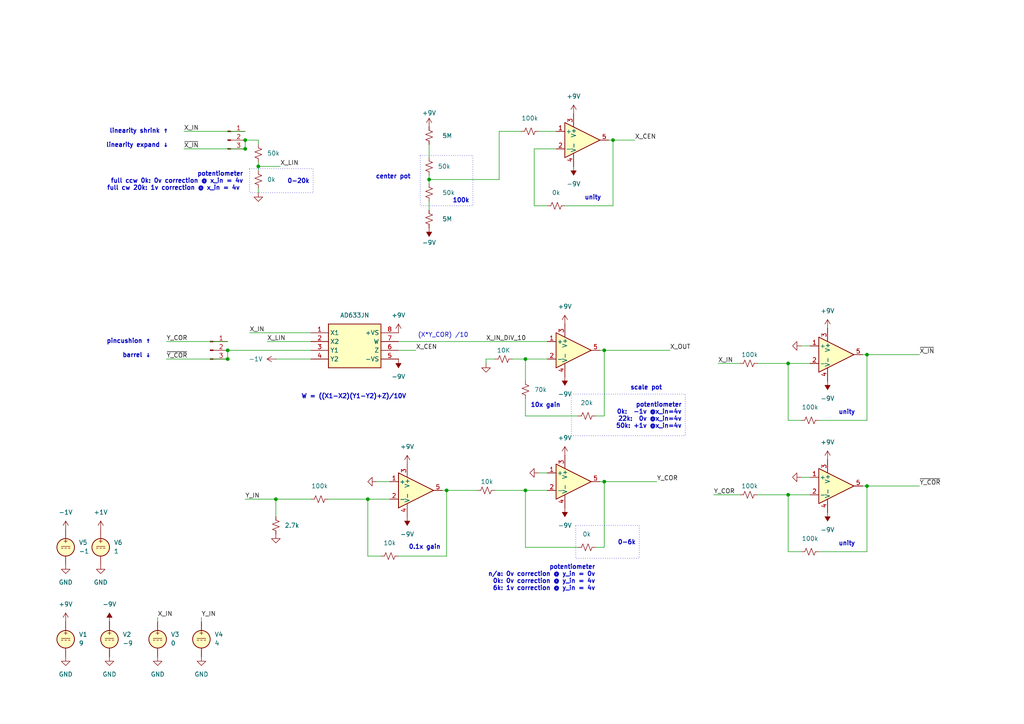
<source format=kicad_sch>
(kicad_sch (version 20231120) (generator "eeschema") (generator_version "8.0")
  (paper "A4")
  (lib_symbols
    (symbol "AD633JN:AD633JN"
      (property "Reference" "IC" (at 21.59 7.62 0))
      (property "Value" "AD633JN" (at 21.59 5.08 0))
      (symbol "AD633JN_1_1"
        (rectangle (start 5.08 2.54) (end 20.32 -10.16) (stroke (width 0.254)) (fill (type background)))
        (pin passive line (at 0 0 0) (length 5.08) (name "X1") (number "1"))
        (pin passive line (at 0 -2.54 0) (length 5.08) (name "X2") (number "2"))
        (pin passive line (at 0 -5.08 0) (length 5.08) (name "Y1") (number "3"))
        (pin passive line (at 0 -7.62 0) (length 5.08) (name "Y2") (number "4"))
        (pin passive line (at 25.4 -7.62 180) (length 5.08) (name "-VS") (number "5"))
        (pin passive line (at 25.4 -5.08 180) (length 5.08) (name "Z") (number "6"))
        (pin passive line (at 25.4 -2.54 180) (length 5.08) (name "W") (number "7"))
        (pin passive line (at 25.4 0 180) (length 5.08) (name "+VS") (number "8"))
      )
    )
    (symbol "Connector:Conn_01x03_Male" (pin_names (offset 1.016) hide)
      (property "Reference" "J" (at 0 5.08 0))
      (property "Value" "Conn_01x03_Male" (at 0 -5.08 0))
      (symbol "Conn_01x03_Male_1_1"
        (polyline (pts (xy 1.27 -2.54) (xy 0.8636 -2.54)) (stroke (width 0.1524)))
        (polyline (pts (xy 1.27 0) (xy 0.8636 0)) (stroke (width 0.1524)))
        (polyline (pts (xy 1.27 2.54) (xy 0.8636 2.54)) (stroke (width 0.1524)))
        (rectangle (start 0.8636 -2.413) (end 0 -2.667) (stroke (width 0.1524)) (fill (type outline)))
        (rectangle (start 0.8636 0.127) (end 0 -0.127) (stroke (width 0.1524)) (fill (type outline)))
        (rectangle (start 0.8636 2.667) (end 0 2.413) (stroke (width 0.1524)) (fill (type outline)))
        (pin passive line (at 5.08 2.54 180) (length 3.81) (name "Pin_1") (number "1"))
        (pin passive line (at 5.08 0 180) (length 3.81) (name "Pin_2") (number "2"))
        (pin passive line (at 5.08 -2.54 180) (length 3.81) (name "Pin_3") (number "3"))
      )
    )
    (symbol "Device:R_Small_US" (pin_numbers hide) (pin_names (offset 0.254) hide)
      (property "Reference" "R" (at 0.762 0.508 0))
      (property "Value" "R_Small_US" (at 0.762 -1.016 0))
      (symbol "R_Small_US_1_1"
        (polyline (pts (xy 0 0) (xy 1.016 -0.381) (xy 0 -0.762) (xy -1.016 -1.143) (xy 0 -1.524)))
        (polyline (pts (xy 0 1.524) (xy 1.016 1.143) (xy 0 0.762) (xy -1.016 0.381) (xy 0 0)))
        (pin passive line (at 0 2.54 270) (length 1.016) (name "~") (number "1"))
        (pin passive line (at 0 -2.54 90) (length 1.016) (name "~") (number "2"))
      )
    )
    (symbol "Simulation_SPICE:OPAMP" (pin_names (offset 0.254))
      (property "Reference" "U" (at 3.81 3.175 0))
      (property "Value" "${SIM.PARAMS}" (at 3.81 -3.175 0))
      (symbol "OPAMP_0_1"
        (polyline (pts (xy 5.08 0) (xy -5.08 5.08) (xy -5.08 -5.08) (xy 5.08 0)) (stroke (width 0.254)) (fill (type background)))
      )
      (symbol "OPAMP_1_1"
        (pin input line (at -7.62 2.54 0) (length 2.54) (name "+") (number "1"))
        (pin input line (at -7.62 -2.54 0) (length 2.54) (name "-") (number "2"))
        (pin power_in line (at -2.54 7.62 270) (length 3.81) (name "V+") (number "3"))
        (pin power_in line (at -2.54 -7.62 90) (length 3.81) (name "V-") (number "4"))
        (pin output line (at 7.62 0 180) (length 2.54) (name "~") (number "5"))
      )
    )
    (symbol "Simulation_SPICE:VDC" (pin_numbers hide) (pin_names (offset 0.0254))
      (property "Reference" "V" (at 2.54 2.54 0))
      (property "Value" "1" (at 2.54 0 0))
      (symbol "VDC_0_0"
        (polyline (pts (xy -1.27 0.254) (xy 1.27 0.254)))
        (polyline (pts (xy -0.762 -0.254) (xy -1.27 -0.254)))
        (polyline (pts (xy 0.254 -0.254) (xy -0.254 -0.254)))
        (polyline (pts (xy 1.27 -0.254) (xy 0.762 -0.254)))
        (text "+" (at 0 1.905 0) (effects (font (size 1.27 1.27))))
      )
      (symbol "VDC_0_1"
        (circle (center 0 0) (radius 2.54) (stroke (width 0.254)) (fill (type background)))
      )
      (symbol "VDC_1_1"
        (pin passive line (at 0 5.08 270) (length 2.54) (name "~") (number "1"))
        (pin passive line (at 0 -5.08 90) (length 2.54) (name "~") (number "2"))
      )
    )
    (symbol "power:+1V0" (power) (pin_numbers hide) (pin_names (offset 0) hide)
      (property "Value" "+1V0" (at 0 3.556 0))
      (symbol "+1V0_0_1"
        (polyline (pts (xy -0.762 1.27) (xy 0 2.54)))
        (polyline (pts (xy 0 0) (xy 0 2.54)))
        (polyline (pts (xy 0 2.54) (xy 0.762 1.27)))
      )
      (symbol "+1V0_1_1"
        (pin power_in line (at 0 0 90) (length 0) (name "~") (number "1"))
      )
    )
    (symbol "power:+9V" (power) (pin_numbers hide) (pin_names (offset 0) hide)
      (property "Value" "+9V" (at 0 3.556 0))
      (symbol "+9V_0_1"
        (polyline (pts (xy -0.762 1.27) (xy 0 2.54)))
        (polyline (pts (xy 0 0) (xy 0 2.54)))
        (polyline (pts (xy 0 2.54) (xy 0.762 1.27)))
      )
      (symbol "+9V_1_1"
        (pin power_in line (at 0 0 90) (length 0) (name "~") (number "1"))
      )
    )
    (symbol "power:-9V" (power) (pin_numbers hide) (pin_names (offset 0) hide)
      (property "Value" "-9V" (at 0 3.556 0))
      (symbol "-9V_0_1"
        (polyline (pts (xy 0 0) (xy 0 2.54)))
        (polyline (pts (xy 0.762 1.27) (xy -0.762 1.27) (xy 0 2.54) (xy 0.762 1.27)) (fill (type outline)))
      )
      (symbol "-9V_1_1"
        (pin power_in line (at 0 0 90) (length 0) (name "~") (number "1"))
      )
    )
    (symbol "power:GND" (power) (pin_names (offset 0))
      (property "Value" "GND" (at 0 -3.81 0))
      (symbol "GND_0_1"
        (polyline (pts (xy 0 0) (xy 0 -1.27) (xy 1.27 -1.27) (xy 0 -2.54) (xy -1.27 -1.27) (xy 0 -1.27)))
      )
      (symbol "GND_1_1"
        (pin power_in line (at 0 0 270) (length 0) hide (name "GND") (number "1"))
      )
    )
  )
  (junction (at 152.4 142.24))
  (junction (at 177.8 40.64))
  (junction (at 129.54 142.24))
  (junction (at 251.46 102.87))
  (junction (at 71.12 43.18))
  (junction (at 80.01 144.78))
  (junction (at 157.48 -52.07))
  (junction (at 124.46 52.07))
  (junction (at 228.6 105.41))
  (junction (at 66.04 101.6))
  (junction (at 175.26 139.7))
  (junction (at 132.08 -57.15))
  (junction (at 74.93 48.26))
  (junction (at 175.26 101.6))
  (junction (at 71.12 40.64))
  (junction (at 83.82 -54.61))
  (junction (at 207.01 -54.61))
  (junction (at 228.6 143.51))
  (junction (at 229.87 -54.61))
  (junction (at 251.46 140.97))
  (junction (at 106.68 144.78))
  (junction (at 252.73 -57.15))
  (junction (at 34.29 -52.07))
  (junction (at 152.4 104.14))
  (junction (at 66.04 104.14))
  (junction (at 107.95 -54.61))
  (junction (at 60.96 -52.07))
  (junction (at 184.15 -52.07))
  (wire (pts (xy 34.29 -52.07) (xy 34.29 -48.26)))
  (wire (pts (xy 48.26 99.06) (xy 66.04 99.06)))
  (wire (pts (xy 156.21 137.16) (xy 158.75 137.16)))
  (wire (pts (xy 115.57 101.6) (xy 120.65 101.6)))
  (wire (pts (xy 167.64 158.75) (xy 152.4 158.75)))
  (wire (pts (xy 49.53 -52.07) (xy 60.96 -52.07)))
  (wire (pts (xy 175.26 139.7) (xy 173.99 139.7)))
  (wire (pts (xy 144.78 38.1) (xy 151.13 38.1)))
  (wire (pts (xy 140.97 104.14) (xy 143.51 104.14)))
  (wire (pts (xy 157.48 -52.07) (xy 167.64 -52.07)))
  (wire (pts (xy 156.21 38.1) (xy 161.29 38.1)))
  (wire (pts (xy 193.04 -35.56) (xy 207.01 -35.56)))
  (wire (pts (xy 74.93 55.88) (xy 74.93 54.61)))
  (wire (pts (xy 232.41 138.43) (xy 234.95 138.43)))
  (wire (pts (xy 186.69 -57.15) (xy 190.5 -57.15)))
  (wire (pts (xy 74.93 40.64) (xy 74.93 41.91)))
  (wire (pts (xy 229.87 -54.61) (xy 229.87 -38.1)))
  (wire (pts (xy 251.46 102.87) (xy 250.19 102.87)))
  (wire (pts (xy 207.01 -35.56) (xy 207.01 -54.61)))
  (wire (pts (xy 232.41 160.02) (xy 228.6 160.02)))
  (wire (pts (xy 228.6 105.41) (xy 228.6 121.92)))
  (wire (pts (xy 58.42 179.07) (xy 58.42 180.34)))
  (wire (pts (xy 163.83 59.69) (xy 177.8 59.69)))
  (wire (pts (xy 172.72 158.75) (xy 175.26 158.75)))
  (wire (pts (xy 132.08 -57.15) (xy 135.89 -57.15)))
  (wire (pts (xy 129.54 161.29) (xy 129.54 142.24)))
  (wire (pts (xy 152.4 142.24) (xy 152.4 158.75)))
  (wire (pts (xy 152.4 104.14) (xy 158.75 104.14)))
  (wire (pts (xy 71.12 40.64) (xy 71.12 43.18)))
  (wire (pts (xy 232.41 121.92) (xy 228.6 121.92)))
  (wire (pts (xy 110.49 161.29) (xy 106.68 161.29)))
  (wire (pts (xy 238.76 -38.1) (xy 252.73 -38.1)))
  (wire (pts (xy 251.46 121.92) (xy 251.46 102.87)))
  (wire (pts (xy 69.85 -35.56) (xy 83.82 -35.56)))
  (wire (pts (xy 111.76 -59.69) (xy 114.3 -59.69)))
  (wire (pts (xy 152.4 142.24) (xy 158.75 142.24)))
  (wire (pts (xy 95.25 144.78) (xy 106.68 144.78)))
  (wire (pts (xy 252.73 -38.1) (xy 252.73 -57.15)))
  (wire (pts (xy 184.15 -52.07) (xy 184.15 -35.56)))
  (wire (pts (xy 167.64 120.65) (xy 152.4 120.65)))
  (wire (pts (xy 124.46 52.07) (xy 144.78 52.07)))
  (wire (pts (xy 140.97 105.41) (xy 140.97 104.14)))
  (wire (pts (xy 251.46 160.02) (xy 251.46 140.97)))
  (wire (pts (xy 45.72 179.07) (xy 45.72 180.34)))
  (wire (pts (xy 34.29 -52.07) (xy 44.45 -52.07)))
  (wire (pts (xy 175.26 101.6) (xy 175.26 120.65)))
  (wire (pts (xy 237.49 160.02) (xy 251.46 160.02)))
  (wire (pts (xy 83.82 -35.56) (xy 83.82 -54.61)))
  (wire (pts (xy 80.01 144.78) (xy 80.01 149.86)))
  (wire (pts (xy 184.15 -52.07) (xy 190.5 -52.07)))
  (wire (pts (xy 107.95 -54.61) (xy 114.3 -54.61)))
  (wire (pts (xy 66.04 101.6) (xy 90.17 101.6)))
  (wire (pts (xy 72.39 96.52) (xy 90.17 96.52)))
  (wire (pts (xy 144.78 38.1) (xy 144.78 52.07)))
  (wire (pts (xy 64.77 -57.15) (xy 67.31 -57.15)))
  (wire (pts (xy 217.17 -54.61) (xy 229.87 -54.61)))
  (wire (pts (xy 74.93 48.26) (xy 74.93 46.99)))
  (wire (pts (xy 129.54 142.24) (xy 128.27 142.24)))
  (wire (pts (xy 251.46 102.87) (xy 266.7 102.87)))
  (wire (pts (xy 60.96 -52.07) (xy 60.96 -35.56)))
  (wire (pts (xy 77.47 99.06) (xy 90.17 99.06)))
  (wire (pts (xy 60.96 -52.07) (xy 67.31 -52.07)))
  (wire (pts (xy 64.77 -35.56) (xy 60.96 -35.56)))
  (wire (pts (xy 48.26 104.14) (xy 66.04 104.14)))
  (wire (pts (xy 115.57 99.06) (xy 158.75 99.06)))
  (wire (pts (xy 106.68 144.78) (xy 113.03 144.78)))
  (wire (pts (xy 229.87 -59.69) (xy 236.22 -59.69)))
  (wire (pts (xy 229.87 -54.61) (xy 236.22 -54.61)))
  (wire (pts (xy 71.12 40.64) (xy 74.93 40.64)))
  (wire (pts (xy 25.4 -52.07) (xy 34.29 -52.07)))
  (wire (pts (xy 252.73 -57.15) (xy 251.46 -57.15)))
  (wire (pts (xy 148.59 104.14) (xy 152.4 104.14)))
  (wire (pts (xy 208.28 105.41) (xy 214.63 105.41)))
  (wire (pts (xy 124.46 52.07) (xy 124.46 50.8)))
  (wire (pts (xy 158.75 59.69) (xy 154.94 59.69)))
  (wire (pts (xy 251.46 140.97) (xy 266.7 140.97)))
  (wire (pts (xy 74.93 48.26) (xy 81.28 48.26)))
  (wire (pts (xy 207.01 -54.61) (xy 212.09 -54.61)))
  (wire (pts (xy 154.94 43.18) (xy 154.94 59.69)))
  (wire (pts (xy 124.46 53.34) (xy 124.46 52.07)))
  (wire (pts (xy 175.26 139.7) (xy 190.5 139.7)))
  (wire (pts (xy 93.98 -54.61) (xy 107.95 -54.61)))
  (wire (pts (xy 177.8 59.69) (xy 177.8 40.64)))
  (wire (pts (xy 115.57 161.29) (xy 129.54 161.29)))
  (wire (pts (xy 228.6 143.51) (xy 234.95 143.51)))
  (wire (pts (xy 118.11 -34.29) (xy 132.08 -34.29)))
  (wire (pts (xy 172.72 -52.07) (xy 184.15 -52.07)))
  (wire (pts (xy 175.26 158.75) (xy 175.26 139.7)))
  (wire (pts (xy 228.6 105.41) (xy 234.95 105.41)))
  (wire (pts (xy 124.46 58.42) (xy 124.46 60.96)))
  (wire (pts (xy 252.73 -57.15) (xy 267.97 -57.15)))
  (wire (pts (xy 152.4 104.14) (xy 152.4 110.49)))
  (wire (pts (xy 106.68 144.78) (xy 106.68 161.29)))
  (wire (pts (xy 74.93 49.53) (xy 74.93 48.26)))
  (wire (pts (xy 232.41 100.33) (xy 234.95 100.33)))
  (wire (pts (xy 207.01 -54.61) (xy 205.74 -54.61)))
  (wire (pts (xy 154.94 43.18) (xy 161.29 43.18)))
  (wire (pts (xy 83.82 -54.61) (xy 82.55 -54.61)))
  (wire (pts (xy 207.01 143.51) (xy 214.63 143.51)))
  (wire (pts (xy 172.72 120.65) (xy 175.26 120.65)))
  (wire (pts (xy 124.46 41.91) (xy 124.46 45.72)))
  (wire (pts (xy 80.01 144.78) (xy 90.17 144.78)))
  (wire (pts (xy 175.26 101.6) (xy 194.31 101.6)))
  (wire (pts (xy 219.71 105.41) (xy 228.6 105.41)))
  (wire (pts (xy 107.95 -54.61) (xy 107.95 -34.29)))
  (wire (pts (xy 132.08 -34.29) (xy 132.08 -57.15)))
  (wire (pts (xy 237.49 121.92) (xy 251.46 121.92)))
  (wire (pts (xy 109.22 139.7) (xy 113.03 139.7)))
  (wire (pts (xy 53.34 43.18) (xy 71.12 43.18)))
  (wire (pts (xy 83.82 -54.61) (xy 88.9 -54.61)))
  (wire (pts (xy 90.17 104.14) (xy 80.01 104.14)))
  (wire (pts (xy 143.51 142.24) (xy 152.4 142.24)))
  (wire (pts (xy 71.12 144.78) (xy 80.01 144.78)))
  (wire (pts (xy 175.26 101.6) (xy 173.99 101.6)))
  (wire (pts (xy 113.03 -34.29) (xy 107.95 -34.29)))
  (wire (pts (xy 129.54 -57.15) (xy 132.08 -57.15)))
  (wire (pts (xy 177.8 40.64) (xy 176.53 40.64)))
  (wire (pts (xy 152.4 115.57) (xy 152.4 120.65)))
  (wire (pts (xy 66.04 101.6) (xy 66.04 104.14)))
  (wire (pts (xy 233.68 -38.1) (xy 229.87 -38.1)))
  (wire (pts (xy 177.8 40.64) (xy 184.15 40.64)))
  (wire (pts (xy 129.54 142.24) (xy 138.43 142.24)))
  (wire (pts (xy 157.48 -52.07) (xy 157.48 -46.99)))
  (wire (pts (xy 251.46 140.97) (xy 250.19 140.97)))
  (wire (pts (xy 219.71 143.51) (xy 228.6 143.51)))
  (wire (pts (xy 53.34 38.1) (xy 71.12 38.1)))
  (wire (pts (xy 148.59 -52.07) (xy 157.48 -52.07)))
  (wire (pts (xy 187.96 -35.56) (xy 184.15 -35.56)))
  (wire (pts (xy 228.6 143.51) (xy 228.6 160.02)))
  (text_box "0-6k" (at 167.005 152.4 0) (size 18.415 9.525) (stroke (width 0) (type dot)) (effects (font (size 1.27 1.27) (thickness 0.254) (bold yes)) (justify right)))
  (text_box "\n100k\n" (at 121.92 45.085 0) (size 15.24 14.605) (stroke (width 0) (type dot)) (effects (font (size 1.27 1.27) (thickness 0.254) (bold yes)) (justify right bottom)))
  (text_box "potentiometer\n0k:  -1v @x_in=4v\n22k:  0v @x_in=4v\n50k: +1v @x_in=4v\n" (at 165.735 114.3 0) (size 33.02 12.065) (stroke (width 0) (type dot)) (effects (font (size 1.27 1.27) (thickness 0.254) (bold yes)) (justify right)))
  (text_box "0-20k" (at 72.39 48.895 0) (size 18.415 6.985) (stroke (width 0) (type dot)) (effects (font (size 1.27 1.27) (thickness 0.254) (bold yes)) (justify right)))
  (text "linearity shrink ↑\n\nlinearity expand ↓" (at 49.022 40.132 0) (effects (font (size 1.27 1.27) (thickness 0.254) (bold yes)) (justify right)))
  (text "W = ((X1−X2)(Y1−Y2)+Z)/10V" (at 102.616 115.062 0) (effects (font (size 1.27 1.27) (thickness 0.254) (bold yes))))
  (text "unity\n" (at 245.618 157.734 0) (effects (font (size 1.27 1.27) (thickness 0.254) (bold yes))))
  (text "pincushion ↑\n\nbarrel ↓" (at 43.942 101.092 0) (effects (font (size 1.27 1.27) (thickness 0.254) (bold yes)) (justify right)))
  (text "(X*Y_COR) /10" (at 128.524 97.282 0) (effects (font (size 1.27 1.27))))
  (text "unity\n" (at 245.618 119.634 0) (effects (font (size 1.27 1.27) (thickness 0.254) (bold yes))))
  (text "10x gain" (at 158.242 117.602 0) (effects (font (size 1.27 1.27) (thickness 0.254) (bold yes))))
  (text "center pot\n" (at 114.046 51.308 0) (effects (font (size 1.27 1.27) (thickness 0.254) (bold yes))))
  (text "unity\n" (at 171.958 57.404 0) (effects (font (size 1.27 1.27) (thickness 0.254) (bold yes))))
  (text "potentiometer\nfull ccw 0k: 0v correction @ x_in = 4v\nfull cw 20k: 1v correction @ x_in = 4v \n" (at 70.612 52.578 0) (effects (font (size 1.27 1.27) (thickness 0.254) (bold yes)) (justify right)))
  (text "potentiometer\nn/a: 0v correction @ y_in = 0v\n0k: 0v correction @ y_in = 4v\n6k: 1v correction @ y_in = 4v\n" (at 172.72 167.64 0) (effects (font (size 1.27 1.27) (thickness 0.254) (bold yes)) (justify right)))
  (text "0.1x gain" (at 123.19 158.75 0) (effects (font (size 1.27 1.27) (thickness 0.254) (bold yes))))
  (text "scale pot" (at 187.452 112.522 0) (effects (font (size 1.27 1.27) (thickness 0.254) (bold yes))))
  (text "0.63 gain" (at 200.66 -38.1 0) (effects (font (size 1.27 1.27))))
  (text "2x gain" (at 127 -37.846 0) (effects (font (size 1.27 1.27) (bold yes))))
  (label "Y_COR" (at 190.5 139.7 0))
  (label "X_CEN" (at 120.65 101.6 0))
  (label "X_IN" (at 72.39 96.52 0))
  (label "X_OUT" (at 135.89 -57.15 0))
  (label "X_IN" (at 53.34 38.1 0))
  (label "Y_IN" (at 71.12 144.78 0))
  (label "Y_IN" (at 58.42 179.07 0))
  (label "X_IN" (at 208.28 105.41 0))
  (label "X_IN" (at 45.72 179.07 0))
  (label "R_OUT" (at 267.97 -57.15 0))
  (label "~{Y_COR}" (at 266.7 140.97 0))
  (label "X_IN_DIV_10" (at 140.97 99.06 0))
  (label "X_LIN" (at 77.47 99.06 0))
  (label "X_LIN" (at 81.28 48.26 0))
  (label "X_IN" (at 25.4 -52.07 0))
  (label "Y_COR" (at 48.26 99.06 0))
  (label "R_IN" (at 148.59 -52.07 0))
  (label "~{X_IN}" (at 53.34 43.18 0))
  (label "X_OUT" (at 194.31 101.6 0))
  (label "~{X_IN}" (at 266.7 102.87 0))
  (label "Y_COR" (at 207.01 143.51 0))
  (label "X_CEN" (at 184.15 40.64 0))
  (label "~{Y_COR}" (at 48.26 104.14 0))
  (symbol (lib_id "power:-9V") (at 166.37 48.26 180) (unit 1) (in_bom no) (on_board no)
    (property "Reference" "#PWR0112" (effects (hide yes)))
    (property "Value" "-9V" (at 166.37 53.34 0))
    (property "Description" "Power symbol creates a global label with name \"-9V\"" (effects (hide yes)))
  )
  (symbol (lib_id "Simulation_SPICE:OPAMP") (at 74.93 -54.61 0) (unit 1) (exclude_from_sim yes) (in_bom no) (on_board no)
    (property "Reference" "U10" (effects (hide yes)))
    (property "Value" "${SIM.PARAMS}" (at 82.55 -57.7535 0))
    (property "Datasheet" "https://ngspice.sourceforge.io/docs/ngspice-html-manual/manual.xhtml#sec__SUBCKT_Subcircuits" (effects (hide yes)))
    (property "Description" "Operational amplifier, single, node sequence=1:+ 2:- 3:OUT 4:V+ 5:V-" (effects (hide yes)))
    (property "Sim.Pins" "1=in+ 2=in- 3=vcc 4=vee 5=out" (effects (hide yes)))
    (property "Sim.Device" "SUBCKT" (effects (hide yes)))
    (property "Sim.Library" "${KICAD7_SYMBOL_DIR}/Simulation_SPICE.sp" (effects (hide yes)))
    (property "Sim.Name" "kicad_builtin_opamp" (effects (hide yes)))
  )
  (symbol (lib_id "Connector:Conn_01x03_Male") (at 60.96 101.6 0) (unit 1) (exclude_from_sim yes) (on_board no)
    (property "Reference" "J5" (effects (hide yes)))
    (property "Value" "Conn_01x03_Male" (effects (hide yes)))
    (property "Footprint" "Connector_PinHeader_2.54mm:PinHeader_1x03_P2.54mm_Vertical" (effects (hide yes)))
  )
  (symbol (lib_id "power:-9V") (at 118.11 149.86 180) (unit 1) (in_bom no) (on_board no)
    (property "Reference" "#PWR098" (effects (hide yes)))
    (property "Value" "-9V" (at 118.11 154.94 0))
    (property "Description" "Power symbol creates a global label with name \"-9V\"" (effects (hide yes)))
  )
  (symbol (lib_id "Device:R_Small_US") (at 124.46 48.26 180) (unit 1) (in_bom no) (on_board no)
    (property "Reference" "R51" (effects (hide yes)))
    (property "Value" "50k" (at 127 48.2599 0) (effects (justify right)))
    (property "Footprint" "Resistor_THT:R_Axial_DIN0207_L6.3mm_D2.5mm_P10.16mm_Horizontal" (effects (hide yes)))
  )
  (symbol (lib_id "power:+9V") (at 119.38 -64.77 0) (unit 1) (exclude_from_sim yes) (in_bom no) (on_board no)
    (property "Reference" "#PWR059" (effects (hide yes)))
    (property "Value" "+9V" (at 119.38 -69.85 0))
    (property "Description" "Power symbol creates a global label with name \"+9V\"" (effects (hide yes)))
  )
  (symbol (lib_id "power:+9V") (at 240.03 95.25 0) (unit 1) (in_bom no) (on_board no)
    (property "Reference" "#PWR0106" (effects (hide yes)))
    (property "Value" "+9V" (at 240.03 90.17 0))
    (property "Description" "Power symbol creates a global label with name \"+9V\"" (effects (hide yes)))
  )
  (symbol (lib_id "Simulation_SPICE:OPAMP") (at 166.37 101.6 0) (unit 1) (in_bom no) (on_board no)
    (property "Reference" "U14" (effects (hide yes)))
    (property "Value" "${SIM.PARAMS}" (at 173.99 98.4565 0))
    (property "Datasheet" "https://ngspice.sourceforge.io/docs/ngspice-html-manual/manual.xhtml#sec__SUBCKT_Subcircuits" (effects (hide yes)))
    (property "Description" "Operational amplifier, single, node sequence=1:+ 2:- 3:OUT 4:V+ 5:V-" (effects (hide yes)))
    (property "Sim.Pins" "1=in+ 2=in- 3=vcc 4=vee 5=out" (effects (hide yes)))
    (property "Sim.Device" "SUBCKT" (effects (hide yes)))
    (property "Sim.Library" "${KICAD7_SYMBOL_DIR}/Simulation_SPICE.sp" (effects (hide yes)))
    (property "Sim.Name" "kicad_builtin_opamp" (effects (hide yes)))
  )
  (symbol (lib_id "Device:R_Small_US") (at 170.18 120.65 90) (unit 1) (in_bom no) (on_board no)
    (property "Reference" "R41" (effects (hide yes)))
    (property "Value" "20k" (at 170.18 116.84 90))
    (property "Footprint" "Resistor_THT:R_Axial_DIN0207_L6.3mm_D2.5mm_P10.16mm_Horizontal" (effects (hide yes)))
  )
  (symbol (lib_id "power:GND") (at 64.77 -57.15 270) (unit 1) (exclude_from_sim yes) (in_bom no) (on_board no)
    (property "Reference" "#PWR062" (effects (hide yes)))
    (property "Value" "GND" (effects (hide yes)))
  )
  (symbol (lib_id "power:-9V") (at 115.57 104.14 180) (unit 1) (in_bom no) (on_board no)
    (property "Reference" "#PWR017" (effects (hide yes)))
    (property "Value" "-9V" (at 115.57 109.22 0))
    (property "Description" "Power symbol creates a global label with name \"-9V\"" (effects (hide yes)))
  )
  (symbol (lib_id "power:GND") (at 80.01 154.94 0) (unit 1) (in_bom no) (on_board no)
    (property "Reference" "#PWR099" (effects (hide yes)))
    (property "Value" "GND" (effects (hide yes)))
  )
  (symbol (lib_id "Simulation_SPICE:VDC") (at 31.75 185.42 0) (unit 1) (in_bom no) (on_board no)
    (property "Reference" "V2" (at 35.56 184.0201 0) (effects (justify left)))
    (property "Value" "-9" (at 35.56 186.5601 0) (effects (justify left)))
    (property "Datasheet" "https://ngspice.sourceforge.io/docs/ngspice-html-manual/manual.xhtml#sec_Independent_Sources_for" (effects (hide yes)))
    (property "Description" "Voltage source, DC" (effects (hide yes)))
    (property "Sim.Pins" "1=+ 2=-" (effects (hide yes)))
    (property "Sim.Type" "DC" (effects (hide yes)))
    (property "Sim.Device" "V" (effects (hide yes)))
  )
  (symbol (lib_id "power:+1V0") (at 19.05 153.67 0) (unit 1) (in_bom no) (on_board no)
    (property "Reference" "#PWR095" (effects (hide yes)))
    (property "Value" "-1V" (at 19.05 148.59 0))
    (property "Description" "Power symbol creates a global label with name \"+1V0\"" (effects (hide yes)))
  )
  (symbol (lib_id "power:-9V") (at 195.58 -46.99 180) (unit 1) (exclude_from_sim yes) (in_bom no) (on_board no)
    (property "Reference" "#PWR071" (effects (hide yes)))
    (property "Value" "-9V" (at 195.58 -41.91 0))
    (property "Description" "Power symbol creates a global label with name \"-9V\"" (effects (hide yes)))
  )
  (symbol (lib_id "Device:R_Small_US") (at 46.99 -52.07 90) (unit 1) (exclude_from_sim yes) (in_bom no) (on_board no)
    (property "Reference" "R29" (effects (hide yes)))
    (property "Value" "10k" (at 46.99 -55.88 90))
    (property "Footprint" "Resistor_THT:R_Axial_DIN0207_L6.3mm_D2.5mm_P10.16mm_Horizontal" (effects (hide yes)))
  )
  (symbol (lib_id "Simulation_SPICE:VDC") (at 58.42 185.42 0) (unit 1) (in_bom no) (on_board no)
    (property "Reference" "V4" (at 62.23 184.0201 0) (effects (justify left)))
    (property "Value" "4" (at 62.23 186.5601 0) (effects (justify left)))
    (property "Datasheet" "https://ngspice.sourceforge.io/docs/ngspice-html-manual/manual.xhtml#sec_Independent_Sources_for" (effects (hide yes)))
    (property "Description" "Voltage source, DC" (effects (hide yes)))
    (property "Sim.Pins" "1=+ 2=-" (effects (hide yes)))
    (property "Sim.Type" "DC" (effects (hide yes)))
    (property "Sim.Device" "V" (effects (hide yes)))
  )
  (symbol (lib_id "power:GND") (at 31.75 190.5 0) (unit 1) (in_bom no) (on_board no)
    (property "Reference" "#PWR076" (effects (hide yes)))
    (property "Value" "GND" (at 31.75 195.58 0))
    (property "Description" "Power symbol creates a global label with name \"GND\" , ground" (effects (hide yes)))
  )
  (symbol (lib_id "Device:R_Small_US") (at 214.63 -54.61 90) (unit 1) (exclude_from_sim yes) (in_bom no) (on_board no)
    (property "Reference" "R33" (effects (hide yes)))
    (property "Value" "10k" (at 214.63 -58.42 90))
    (property "Footprint" "Resistor_THT:R_Axial_DIN0207_L6.3mm_D2.5mm_P10.16mm_Horizontal" (effects (hide yes)))
  )
  (symbol (lib_id "Simulation_SPICE:OPAMP") (at 243.84 -57.15 0) (unit 1) (exclude_from_sim yes) (in_bom no) (on_board no)
    (property "Reference" "U11" (effects (hide yes)))
    (property "Value" "${SIM.PARAMS}" (at 251.46 -60.2935 0))
    (property "Datasheet" "https://ngspice.sourceforge.io/docs/ngspice-html-manual/manual.xhtml#sec__SUBCKT_Subcircuits" (effects (hide yes)))
    (property "Description" "Operational amplifier, single, node sequence=1:+ 2:- 3:OUT 4:V+ 5:V-" (effects (hide yes)))
    (property "Sim.Pins" "1=in+ 2=in- 3=vcc 4=vee 5=out" (effects (hide yes)))
    (property "Sim.Device" "SUBCKT" (effects (hide yes)))
    (property "Sim.Library" "${KICAD7_SYMBOL_DIR}/Simulation_SPICE.sp" (effects (hide yes)))
    (property "Sim.Name" "kicad_builtin_opamp" (effects (hide yes)))
  )
  (symbol (lib_id "power:GND") (at 19.05 163.83 0) (unit 1) (in_bom no) (on_board no)
    (property "Reference" "#PWR096" (effects (hide yes)))
    (property "Value" "GND" (at 19.05 168.91 0))
    (property "Description" "Power symbol creates a global label with name \"GND\" , ground" (effects (hide yes)))
  )
  (symbol (lib_id "power:+9V") (at 195.58 -62.23 0) (unit 1) (exclude_from_sim yes) (in_bom no) (on_board no)
    (property "Reference" "#PWR067" (effects (hide yes)))
    (property "Value" "+9V" (at 195.58 -67.31 0))
    (property "Description" "Power symbol creates a global label with name \"+9V\"" (effects (hide yes)))
  )
  (symbol (lib_id "Device:R_Small_US") (at 92.71 144.78 90) (unit 1) (in_bom no) (on_board no)
    (property "Reference" "R40" (effects (hide yes)))
    (property "Value" "100k" (at 92.71 140.97 90))
    (property "Footprint" "Resistor_THT:R_Axial_DIN0207_L6.3mm_D2.5mm_P10.16mm_Horizontal" (effects (hide yes)))
  )
  (symbol (lib_id "power:+9V") (at 72.39 -62.23 0) (unit 1) (exclude_from_sim yes) (in_bom no) (on_board no)
    (property "Reference" "#PWR060" (effects (hide yes)))
    (property "Value" "+9V" (at 72.39 -67.31 0))
    (property "Description" "Power symbol creates a global label with name \"+9V\"" (effects (hide yes)))
  )
  (symbol (lib_id "power:-9V") (at 241.3 -49.53 180) (unit 1) (exclude_from_sim yes) (in_bom no) (on_board no)
    (property "Reference" "#PWR070" (effects (hide yes)))
    (property "Value" "-9V" (at 241.3 -44.45 0))
    (property "Description" "Power symbol creates a global label with name \"-9V\"" (effects (hide yes)))
  )
  (symbol (lib_id "Device:R_Small_US") (at 74.93 44.45 180) (unit 1) (in_bom no) (on_board no)
    (property "Reference" "R48" (effects (hide yes)))
    (property "Value" "50k" (at 77.47 44.4499 0) (effects (justify right)))
    (property "Footprint" "Resistor_THT:R_Axial_DIN0207_L6.3mm_D2.5mm_P10.16mm_Horizontal" (effects (hide yes)))
  )
  (symbol (lib_id "Simulation_SPICE:VDC") (at 45.72 185.42 0) (unit 1) (in_bom no) (on_board no)
    (property "Reference" "V3" (at 49.53 184.0201 0) (effects (justify left)))
    (property "Value" "0" (at 49.53 186.5601 0) (effects (justify left)))
    (property "Datasheet" "https://ngspice.sourceforge.io/docs/ngspice-html-manual/manual.xhtml#sec_Independent_Sources_for" (effects (hide yes)))
    (property "Description" "Voltage source, DC" (effects (hide yes)))
    (property "Sim.Pins" "1=+ 2=-" (effects (hide yes)))
    (property "Sim.Type" "DC" (effects (hide yes)))
    (property "Sim.Device" "V" (effects (hide yes)))
  )
  (symbol (lib_id "power:GND") (at 29.21 163.83 0) (unit 1) (in_bom no) (on_board no)
    (property "Reference" "#PWR0102" (effects (hide yes)))
    (property "Value" "GND" (at 29.21 168.91 0))
    (property "Description" "Power symbol creates a global label with name \"GND\" , ground" (effects (hide yes)))
  )
  (symbol (lib_id "Device:R_Small_US") (at 113.03 161.29 90) (unit 1) (in_bom no) (on_board no)
    (property "Reference" "R44" (effects (hide yes)))
    (property "Value" "10k" (at 113.03 157.48 90))
    (property "Footprint" "Resistor_THT:R_Axial_DIN0207_L6.3mm_D2.5mm_P10.16mm_Horizontal" (effects (hide yes)))
  )
  (symbol (lib_id "Device:R_Small_US") (at 170.18 -52.07 90) (unit 1) (exclude_from_sim yes) (in_bom no) (on_board no)
    (property "Reference" "R34" (effects (hide yes)))
    (property "Value" "10k" (at 170.18 -55.88 90))
    (property "Footprint" "Resistor_THT:R_Axial_DIN0207_L6.3mm_D2.5mm_P10.16mm_Horizontal" (effects (hide yes)))
  )
  (symbol (lib_id "power:+9V") (at 115.57 96.52 0) (unit 1) (in_bom no) (on_board no)
    (property "Reference" "#PWR085" (effects (hide yes)))
    (property "Value" "+9V" (at 115.57 91.44 0))
    (property "Description" "Power symbol creates a global label with name \"+9V\"" (effects (hide yes)))
  )
  (symbol (lib_id "Simulation_SPICE:OPAMP") (at 121.92 -57.15 0) (unit 1) (exclude_from_sim yes) (in_bom no) (on_board no)
    (property "Reference" "U9" (effects (hide yes)))
    (property "Value" "${SIM.PARAMS}" (at 129.54 -60.2935 0))
    (property "Datasheet" "https://ngspice.sourceforge.io/docs/ngspice-html-manual/manual.xhtml#sec__SUBCKT_Subcircuits" (effects (hide yes)))
    (property "Description" "Operational amplifier, single, node sequence=1:+ 2:- 3:OUT 4:V+ 5:V-" (effects (hide yes)))
    (property "Sim.Pins" "1=in+ 2=in- 3=vcc 4=vee 5=out" (effects (hide yes)))
    (property "Sim.Device" "SUBCKT" (effects (hide yes)))
    (property "Sim.Library" "${KICAD7_SYMBOL_DIR}/Simulation_SPICE.sp" (effects (hide yes)))
    (property "Sim.Name" "kicad_builtin_opamp" (effects (hide yes)))
  )
  (symbol (lib_id "power:-9V") (at 72.39 -46.99 180) (unit 1) (exclude_from_sim yes) (in_bom no) (on_board no)
    (property "Reference" "#PWR064" (effects (hide yes)))
    (property "Value" "-9V" (at 72.39 -41.91 0))
    (property "Description" "Power symbol creates a global label with name \"-9V\"" (effects (hide yes)))
  )
  (symbol (lib_id "Device:R_Small_US") (at 67.31 -35.56 90) (unit 1) (exclude_from_sim yes) (in_bom no) (on_board no)
    (property "Reference" "R31" (effects (hide yes)))
    (property "Value" "10K" (at 67.31 -39.37 90))
    (property "Footprint" "Resistor_THT:R_Axial_DIN0207_L6.3mm_D2.5mm_P10.16mm_Horizontal" (effects (hide yes)))
  )
  (symbol (lib_id "power:GND") (at 232.41 100.33 270) (unit 1) (in_bom no) (on_board no)
    (property "Reference" "#PWR0107" (effects (hide yes)))
    (property "Value" "GND" (effects (hide yes)))
  )
  (symbol (lib_id "Simulation_SPICE:OPAMP") (at 168.91 40.64 0) (unit 1) (in_bom no) (on_board no)
    (property "Reference" "U18" (effects (hide yes)))
    (property "Value" "${SIM.PARAMS}" (at 176.53 37.4965 0))
    (property "Datasheet" "https://ngspice.sourceforge.io/docs/ngspice-html-manual/manual.xhtml#sec__SUBCKT_Subcircuits" (effects (hide yes)))
    (property "Description" "Operational amplifier, single, node sequence=1:+ 2:- 3:OUT 4:V+ 5:V-" (effects (hide yes)))
    (property "Sim.Pins" "1=in+ 2=in- 3=vcc 4=vee 5=out" (effects (hide yes)))
    (property "Sim.Device" "SUBCKT" (effects (hide yes)))
    (property "Sim.Library" "${KICAD7_SYMBOL_DIR}/Simulation_SPICE.sp" (effects (hide yes)))
    (property "Sim.Name" "kicad_builtin_opamp" (effects (hide yes)))
  )
  (symbol (lib_id "power:+9V") (at 241.3 -64.77 0) (unit 1) (exclude_from_sim yes) (in_bom no) (on_board no)
    (property "Reference" "#PWR066" (effects (hide yes)))
    (property "Value" "+9V" (at 241.3 -69.85 0))
    (property "Description" "Power symbol creates a global label with name \"+9V\"" (effects (hide yes)))
  )
  (symbol (lib_id "power:+9V") (at 163.83 132.08 0) (unit 1) (in_bom no) (on_board no)
    (property "Reference" "#PWR086" (effects (hide yes)))
    (property "Value" "+9V" (at 163.83 127 0))
    (property "Description" "Power symbol creates a global label with name \"+9V\"" (effects (hide yes)))
  )
  (symbol (lib_id "power:+1V0") (at 229.87 -59.69 0) (unit 1) (exclude_from_sim yes) (in_bom no) (on_board no)
    (property "Reference" "#PWR068" (effects (hide yes)))
    (property "Value" "+0V5" (at 229.87 -64.77 0))
    (property "Description" "Power symbol creates a global label with name \"+1V0\"" (effects (hide yes)))
  )
  (symbol (lib_id "power:GND") (at 111.76 -59.69 270) (unit 1) (exclude_from_sim yes) (in_bom no) (on_board no)
    (property "Reference" "#PWR061" (effects (hide yes)))
    (property "Value" "GND" (effects (hide yes)))
  )
  (symbol (lib_id "Device:R_Small_US") (at 157.48 -44.45 180) (unit 1) (exclude_from_sim yes) (in_bom no) (on_board no)
    (property "Reference" "R35" (effects (hide yes)))
    (property "Value" "2.7k" (at 160.02 -43.1801 0) (effects (justify right)))
    (property "Footprint" "Resistor_THT:R_Axial_DIN0207_L6.3mm_D2.5mm_P10.16mm_Horizontal" (effects (hide yes)))
  )
  (symbol (lib_id "Device:R_Small_US") (at 124.46 63.5 180) (unit 1) (in_bom no) (on_board no)
    (property "Reference" "R60" (effects (hide yes)))
    (property "Value" "5M" (at 128.27 63.4999 0) (effects (justify right)))
    (property "Footprint" "Resistor_THT:R_Axial_DIN0207_L6.3mm_D2.5mm_P10.16mm_Horizontal" (effects (hide yes)))
  )
  (symbol (lib_id "Device:R_Small_US") (at 152.4 113.03 180) (unit 1) (in_bom no) (on_board no)
    (property "Reference" "R55" (effects (hide yes)))
    (property "Value" "70k" (at 154.94 113.0299 0) (effects (justify right)))
    (property "Footprint" "Resistor_THT:R_Axial_DIN0207_L6.3mm_D2.5mm_P10.16mm_Horizontal" (effects (hide yes)))
  )
  (symbol (lib_id "power:GND") (at 109.22 139.7 270) (unit 1) (in_bom no) (on_board no)
    (property "Reference" "#PWR091" (effects (hide yes)))
    (property "Value" "GND" (effects (hide yes)))
  )
  (symbol (lib_id "Simulation_SPICE:VDC") (at 19.05 185.42 0) (unit 1) (in_bom no) (on_board no)
    (property "Reference" "V1" (at 22.86 184.0201 0) (effects (justify left)))
    (property "Value" "9" (at 22.86 186.5601 0) (effects (justify left)))
    (property "Datasheet" "https://ngspice.sourceforge.io/docs/ngspice-html-manual/manual.xhtml#sec_Independent_Sources_for" (effects (hide yes)))
    (property "Description" "Voltage source, DC" (effects (hide yes)))
    (property "Sim.Pins" "1=+ 2=-" (effects (hide yes)))
    (property "Sim.Type" "DC" (effects (hide yes)))
    (property "Sim.Device" "V" (effects (hide yes)))
  )
  (symbol (lib_id "Device:R_Small_US") (at 234.95 121.92 90) (unit 1) (in_bom no) (on_board no)
    (property "Reference" "R50" (effects (hide yes)))
    (property "Value" "100k" (at 234.95 118.11 90))
    (property "Footprint" "Resistor_THT:R_Axial_DIN0207_L6.3mm_D2.5mm_P10.16mm_Horizontal" (effects (hide yes)))
  )
  (symbol (lib_id "power:GND") (at 186.69 -57.15 270) (unit 1) (exclude_from_sim yes) (in_bom no) (on_board no)
    (property "Reference" "#PWR069" (effects (hide yes)))
    (property "Value" "GND" (effects (hide yes)))
  )
  (symbol (lib_id "Simulation_SPICE:OPAMP") (at 198.12 -54.61 0) (unit 1) (exclude_from_sim yes) (in_bom no) (on_board no)
    (property "Reference" "U12" (effects (hide yes)))
    (property "Value" "${SIM.PARAMS}" (at 205.74 -57.7535 0))
    (property "Datasheet" "https://ngspice.sourceforge.io/docs/ngspice-html-manual/manual.xhtml#sec__SUBCKT_Subcircuits" (effects (hide yes)))
    (property "Description" "Operational amplifier, single, node sequence=1:+ 2:- 3:OUT 4:V+ 5:V-" (effects (hide yes)))
    (property "Sim.Pins" "1=in+ 2=in- 3=vcc 4=vee 5=out" (effects (hide yes)))
    (property "Sim.Device" "SUBCKT" (effects (hide yes)))
    (property "Sim.Library" "${KICAD7_SYMBOL_DIR}/Simulation_SPICE.sp" (effects (hide yes)))
    (property "Sim.Name" "kicad_builtin_opamp" (effects (hide yes)))
  )
  (symbol (lib_id "power:+1V0") (at 29.21 153.67 0) (unit 1) (in_bom no) (on_board no)
    (property "Reference" "#PWR0101" (effects (hide yes)))
    (property "Value" "+1V" (at 29.21 148.59 0))
    (property "Description" "Power symbol creates a global label with name \"+1V0\"" (effects (hide yes)))
  )
  (symbol (lib_id "power:+9V") (at 163.83 93.98 0) (unit 1) (in_bom no) (on_board no)
    (property "Reference" "#PWR092" (effects (hide yes)))
    (property "Value" "+9V" (at 163.83 88.9 0))
    (property "Description" "Power symbol creates a global label with name \"+9V\"" (effects (hide yes)))
  )
  (symbol (lib_id "power:+9V") (at 124.46 36.83 0) (unit 1) (in_bom no) (on_board no)
    (property "Reference" "#PWR0109" (effects (hide yes)))
    (property "Value" "+9V" (at 124.46 32.766 0))
    (property "Description" "Power symbol creates a global label with name \"+9V\"" (effects (hide yes)))
  )
  (symbol (lib_id "power:+9V") (at 118.11 134.62 0) (unit 1) (in_bom no) (on_board no)
    (property "Reference" "#PWR087" (effects (hide yes)))
    (property "Value" "+9V" (at 118.11 129.54 0))
    (property "Description" "Power symbol creates a global label with name \"+9V\"" (effects (hide yes)))
  )
  (symbol (lib_id "Device:R_Small_US") (at 234.95 160.02 90) (unit 1) (in_bom no) (on_board no)
    (property "Reference" "R46" (effects (hide yes)))
    (property "Value" "100k" (at 234.95 156.21 90))
    (property "Footprint" "Resistor_THT:R_Axial_DIN0207_L6.3mm_D2.5mm_P10.16mm_Horizontal" (effects (hide yes)))
  )
  (symbol (lib_id "power:-9V") (at 31.75 180.34 0) (unit 1) (in_bom no) (on_board no)
    (property "Reference" "#PWR074" (effects (hide yes)))
    (property "Value" "-9V" (at 31.75 175.26 0))
    (property "Description" "Power symbol creates a global label with name \"-9V\"" (effects (hide yes)))
  )
  (symbol (lib_id "Device:R_Small_US") (at 170.18 158.75 90) (unit 1) (in_bom no) (on_board no)
    (property "Reference" "R43" (effects (hide yes)))
    (property "Value" "0k" (at 170.18 154.94 90))
    (property "Footprint" "Resistor_THT:R_Axial_DIN0207_L6.3mm_D2.5mm_P10.16mm_Horizontal" (effects (hide yes)))
  )
  (symbol (lib_id "power:+9V") (at 166.37 33.02 0) (unit 1) (in_bom no) (on_board no)
    (property "Reference" "#PWR090" (effects (hide yes)))
    (property "Value" "+9V" (at 166.37 27.94 0))
    (property "Description" "Power symbol creates a global label with name \"+9V\"" (effects (hide yes)))
  )
  (symbol (lib_id "Simulation_SPICE:OPAMP") (at 120.65 142.24 0) (unit 1) (in_bom no) (on_board no)
    (property "Reference" "U15" (effects (hide yes)))
    (property "Value" "${SIM.PARAMS}" (at 128.27 139.0965 0))
    (property "Datasheet" "https://ngspice.sourceforge.io/docs/ngspice-html-manual/manual.xhtml#sec__SUBCKT_Subcircuits" (effects (hide yes)))
    (property "Description" "Operational amplifier, single, node sequence=1:+ 2:- 3:OUT 4:V+ 5:V-" (effects (hide yes)))
    (property "Sim.Pins" "1=in+ 2=in- 3=vcc 4=vee 5=out" (effects (hide yes)))
    (property "Sim.Device" "SUBCKT" (effects (hide yes)))
    (property "Sim.Library" "${KICAD7_SYMBOL_DIR}/Simulation_SPICE.sp" (effects (hide yes)))
    (property "Sim.Name" "kicad_builtin_opamp" (effects (hide yes)))
  )
  (symbol (lib_id "Simulation_SPICE:OPAMP") (at 242.57 140.97 0) (unit 1) (in_bom no) (on_board no)
    (property "Reference" "U16" (effects (hide yes)))
    (property "Value" "${SIM.PARAMS}" (at 250.19 137.8265 0))
    (property "Datasheet" "https://ngspice.sourceforge.io/docs/ngspice-html-manual/manual.xhtml#sec__SUBCKT_Subcircuits" (effects (hide yes)))
    (property "Description" "Operational amplifier, single, node sequence=1:+ 2:- 3:OUT 4:V+ 5:V-" (effects (hide yes)))
    (property "Sim.Pins" "1=in+ 2=in- 3=vcc 4=vee 5=out" (effects (hide yes)))
    (property "Sim.Device" "SUBCKT" (effects (hide yes)))
    (property "Sim.Library" "${KICAD7_SYMBOL_DIR}/Simulation_SPICE.sp" (effects (hide yes)))
    (property "Sim.Name" "kicad_builtin_opamp" (effects (hide yes)))
  )
  (symbol (lib_id "power:GND") (at 157.48 -41.91 0) (unit 1) (exclude_from_sim yes) (in_bom no) (on_board no)
    (property "Reference" "#PWR072" (effects (hide yes)))
    (property "Value" "GND" (effects (hide yes)))
  )
  (symbol (lib_id "Device:R_Small_US") (at 80.01 152.4 180) (unit 1) (in_bom no) (on_board no)
    (property "Reference" "R42" (effects (hide yes)))
    (property "Value" "2.7k" (at 82.55 152.3999 0) (effects (justify right)))
    (property "Footprint" "Resistor_THT:R_Axial_DIN0207_L6.3mm_D2.5mm_P10.16mm_Horizontal" (effects (hide yes)))
  )
  (symbol (lib_id "Device:R_Small_US") (at 153.67 38.1 90) (unit 1) (in_bom no) (on_board no)
    (property "Reference" "R53" (effects (hide yes)))
    (property "Value" "100k" (at 153.67 34.29 90))
    (property "Footprint" "Resistor_THT:R_Axial_DIN0207_L6.3mm_D2.5mm_P10.16mm_Horizontal" (effects (hide yes)))
  )
  (symbol (lib_id "Simulation_SPICE:VDC") (at 19.05 158.75 0) (unit 1) (in_bom no) (on_board no)
    (property "Reference" "V5" (at 22.86 157.3501 0) (effects (justify left)))
    (property "Value" "-1" (at 22.86 159.8901 0) (effects (justify left)))
    (property "Datasheet" "https://ngspice.sourceforge.io/docs/ngspice-html-manual/manual.xhtml#sec_Independent_Sources_for" (effects (hide yes)))
    (property "Description" "Voltage source, DC" (effects (hide yes)))
    (property "Sim.Pins" "1=+ 2=-" (effects (hide yes)))
    (property "Sim.Type" "DC" (effects (hide yes)))
    (property "Sim.Device" "V" (effects (hide yes)))
  )
  (symbol (lib_id "power:-9V") (at 163.83 147.32 180) (unit 1) (in_bom no) (on_board no)
    (property "Reference" "#PWR097" (effects (hide yes)))
    (property "Value" "-9V" (at 163.83 152.4 0))
    (property "Description" "Power symbol creates a global label with name \"-9V\"" (effects (hide yes)))
  )
  (symbol (lib_id "Device:R_Small_US") (at 161.29 59.69 90) (unit 1) (in_bom no) (on_board no)
    (property "Reference" "R54" (effects (hide yes)))
    (property "Value" "0k" (at 161.29 55.88 90))
    (property "Footprint" "Resistor_THT:R_Axial_DIN0207_L6.3mm_D2.5mm_P10.16mm_Horizontal" (effects (hide yes)))
  )
  (symbol (lib_id "Device:R_Small_US") (at 146.05 104.14 90) (unit 1) (in_bom no) (on_board no)
    (property "Reference" "R38" (effects (hide yes)))
    (property "Value" "10K" (at 146.05 101.6 90))
    (property "Footprint" "Resistor_THT:R_Axial_DIN0207_L6.3mm_D2.5mm_P10.16mm_Horizontal" (effects (hide yes)))
  )
  (symbol (lib_id "Connector:Conn_01x03_Male") (at 66.04 40.64 0) (unit 1) (exclude_from_sim yes) (on_board no)
    (property "Reference" "J6" (effects (hide yes)))
    (property "Value" "Conn_01x03_Male" (effects (hide yes)))
    (property "Footprint" "Connector_PinHeader_2.54mm:PinHeader_1x03_P2.54mm_Vertical" (effects (hide yes)))
  )
  (symbol (lib_id "power:GND") (at 58.42 190.5 0) (unit 1) (in_bom no) (on_board no)
    (property "Reference" "#PWR089" (effects (hide yes)))
    (property "Value" "GND" (at 58.42 195.58 0))
    (property "Description" "Power symbol creates a global label with name \"GND\" , ground" (effects (hide yes)))
  )
  (symbol (lib_id "Device:R_Small_US") (at 74.93 52.07 180) (unit 1) (in_bom no) (on_board no)
    (property "Reference" "R47" (effects (hide yes)))
    (property "Value" "0k" (at 77.47 52.0699 0) (effects (justify right)))
    (property "Footprint" "Resistor_THT:R_Axial_DIN0207_L6.3mm_D2.5mm_P10.16mm_Horizontal" (effects (hide yes)))
  )
  (symbol (lib_id "power:GND") (at 45.72 190.5 0) (unit 1) (in_bom no) (on_board no)
    (property "Reference" "#PWR077" (effects (hide yes)))
    (property "Value" "GND" (at 45.72 195.58 0))
    (property "Description" "Power symbol creates a global label with name \"GND\" , ground" (effects (hide yes)))
  )
  (symbol (lib_id "Device:R_Small_US") (at 115.57 -34.29 90) (unit 1) (exclude_from_sim yes) (in_bom no) (on_board no)
    (property "Reference" "R32" (effects (hide yes)))
    (property "Value" "20K" (at 115.57 -38.1 90))
    (property "Footprint" "Resistor_THT:R_Axial_DIN0207_L6.3mm_D2.5mm_P10.16mm_Horizontal" (effects (hide yes)))
  )
  (symbol (lib_id "power:-9V") (at 124.46 66.04 180) (unit 1) (in_bom no) (on_board no)
    (property "Reference" "#PWR0110" (effects (hide yes)))
    (property "Value" "-9V" (at 124.46 70.358 0))
    (property "Description" "Power symbol creates a global label with name \"-9V\"" (effects (hide yes)))
  )
  (symbol (lib_id "Device:R_Small_US") (at 217.17 143.51 90) (unit 1) (in_bom no) (on_board no)
    (property "Reference" "R45" (effects (hide yes)))
    (property "Value" "100k" (at 217.424 140.97 90))
    (property "Footprint" "Resistor_THT:R_Axial_DIN0207_L6.3mm_D2.5mm_P10.16mm_Horizontal" (effects (hide yes)))
  )
  (symbol (lib_id "power:GND") (at 34.29 -43.18 0) (unit 1) (exclude_from_sim yes) (in_bom no) (on_board no)
    (property "Reference" "#PWR065" (effects (hide yes)))
    (property "Value" "GND" (effects (hide yes)))
  )
  (symbol (lib_id "power:GND") (at 140.97 105.41 0) (unit 1) (in_bom no) (on_board no)
    (property "Reference" "#PWR093" (effects (hide yes)))
    (property "Value" "GND" (effects (hide yes)))
    (property "Description" "Power symbol creates a global label with name \"GND\" , ground" (effects (hide yes)))
  )
  (symbol (lib_id "power:GND") (at 156.21 137.16 270) (unit 1) (in_bom no) (on_board no)
    (property "Reference" "#PWR088" (effects (hide yes)))
    (property "Value" "GND" (effects (hide yes)))
  )
  (symbol (lib_id "Simulation_SPICE:OPAMP") (at 242.57 102.87 0) (unit 1) (in_bom no) (on_board no)
    (property "Reference" "U17" (effects (hide yes)))
    (property "Value" "${SIM.PARAMS}" (at 250.19 99.7265 0))
    (property "Datasheet" "https://ngspice.sourceforge.io/docs/ngspice-html-manual/manual.xhtml#sec__SUBCKT_Subcircuits" (effects (hide yes)))
    (property "Description" "Operational amplifier, single, node sequence=1:+ 2:- 3:OUT 4:V+ 5:V-" (effects (hide yes)))
    (property "Sim.Pins" "1=in+ 2=in- 3=vcc 4=vee 5=out" (effects (hide yes)))
    (property "Sim.Device" "SUBCKT" (effects (hide yes)))
    (property "Sim.Library" "${KICAD7_SYMBOL_DIR}/Simulation_SPICE.sp" (effects (hide yes)))
    (property "Sim.Name" "kicad_builtin_opamp" (effects (hide yes)))
  )
  (symbol (lib_id "power:GND") (at 19.05 190.5 0) (unit 1) (in_bom no) (on_board no)
    (property "Reference" "#PWR075" (effects (hide yes)))
    (property "Value" "GND" (at 19.05 195.58 0))
    (property "Description" "Power symbol creates a global label with name \"GND\" , ground" (effects (hide yes)))
  )
  (symbol (lib_id "Device:R_Small_US") (at 91.44 -54.61 90) (unit 1) (exclude_from_sim yes) (in_bom no) (on_board no)
    (property "Reference" "R28" (effects (hide yes)))
    (property "Value" "10k" (at 91.44 -58.42 90))
    (property "Footprint" "Resistor_THT:R_Axial_DIN0207_L6.3mm_D2.5mm_P10.16mm_Horizontal" (effects (hide yes)))
  )
  (symbol (lib_id "Device:R_Small_US") (at 124.46 55.88 180) (unit 1) (in_bom no) (on_board no)
    (property "Reference" "R52" (effects (hide yes)))
    (property "Value" "50k" (at 128.27 55.8799 0) (effects (justify right)))
    (property "Footprint" "Resistor_THT:R_Axial_DIN0207_L6.3mm_D2.5mm_P10.16mm_Horizontal" (effects (hide yes)))
  )
  (symbol (lib_id "Simulation_SPICE:VDC") (at 29.21 158.75 0) (unit 1) (in_bom no) (on_board no)
    (property "Reference" "V6" (at 33.02 157.3501 0) (effects (justify left)))
    (property "Value" "1" (at 33.02 159.8901 0) (effects (justify left)))
    (property "Datasheet" "https://ngspice.sourceforge.io/docs/ngspice-html-manual/manual.xhtml#sec_Independent_Sources_for" (effects (hide yes)))
    (property "Description" "Voltage source, DC" (effects (hide yes)))
    (property "Sim.Pins" "1=+ 2=-" (effects (hide yes)))
    (property "Sim.Type" "DC" (effects (hide yes)))
    (property "Sim.Device" "V" (effects (hide yes)))
  )
  (symbol (lib_id "Device:R_Small_US") (at 217.17 105.41 90) (unit 1) (in_bom no) (on_board no)
    (property "Reference" "R49" (effects (hide yes)))
    (property "Value" "100k" (at 217.424 102.87 90))
    (property "Footprint" "Resistor_THT:R_Axial_DIN0207_L6.3mm_D2.5mm_P10.16mm_Horizontal" (effects (hide yes)))
  )
  (symbol (lib_id "Device:R_Small_US") (at 140.97 142.24 90) (unit 1) (in_bom no) (on_board no)
    (property "Reference" "R39" (effects (hide yes)))
    (property "Value" "10k" (at 141.224 139.7 90))
    (property "Footprint" "Resistor_THT:R_Axial_DIN0207_L6.3mm_D2.5mm_P10.16mm_Horizontal" (effects (hide yes)))
  )
  (symbol (lib_id "power:+9V") (at 240.03 133.35 0) (unit 1) (in_bom no) (on_board no)
    (property "Reference" "#PWR0103" (effects (hide yes)))
    (property "Value" "+9V" (at 240.03 128.27 0))
    (property "Description" "Power symbol creates a global label with name \"+9V\"" (effects (hide yes)))
  )
  (symbol (lib_id "AD633JN:AD633JN") (at 90.17 96.52 0) (unit 1) (in_bom no) (on_board no)
    (property "Reference" "IC1" (effects (hide yes)))
    (property "Value" "AD633JN" (at 102.87 91.44 0))
    (property "Footprint" "Package_DIP:DIP-8_W7.62mm_Socket" (effects (hide yes)))
    (property "Datasheet" "https://www.analog.com/media/en/technical-documentation/data-sheets/AD633.pdf" (effects (hide yes)))
    (property "Description" "Special Purpose Amplifiers ANALOG MULTIPLIER IC" (effects (hide yes)))
    (property "Height" "5.33" (effects (hide yes)))
    (property "Mouser Part Number" "584-AD633JN" (effects (hide yes)))
    (property "Mouser Price/Stock" "https://www.mouser.co.uk/ProductDetail/Analog-Devices/AD633JN?qs=NmRFExCfTkF9s8t0TcdxsA%3D%3D" (effects (hide yes)))
    (property "Manufacturer_Name" "Analog Devices" (effects (hide yes)))
    (property "Manufacturer_Part_Number" "AD633JN" (effects (hide yes)))
    (property "Sim.Library" "/Users/jmathews/Downloads/ad633 (3).cir" (effects (hide yes)))
    (property "Sim.Name" "AD633" (effects (hide yes)))
    (property "Sim.Device" "SUBCKT" (effects (hide yes)))
    (property "Sim.Pins" "1=1 2=2 3=3 4=4 5=5 6=6 7=7 8=8" (effects (hide yes)))
  )
  (symbol (lib_id "Device:R_Small_US") (at 124.46 39.37 180) (unit 1) (in_bom no) (on_board no)
    (property "Reference" "R57" (effects (hide yes)))
    (property "Value" "5M" (at 128.27 39.3699 0) (effects (justify right)))
    (property "Footprint" "Resistor_THT:R_Axial_DIN0207_L6.3mm_D2.5mm_P10.16mm_Horizontal" (effects (hide yes)))
  )
  (symbol (lib_id "power:+1V0") (at 80.01 104.14 90) (unit 1) (in_bom no) (on_board no)
    (property "Reference" "#PWR0100" (effects (hide yes)))
    (property "Value" "-1V" (at 76.2 104.1399 90) (effects (justify left)))
    (property "Description" "Power symbol creates a global label with name \"+1V0\"" (effects (hide yes)))
  )
  (symbol (lib_id "Device:R_Small_US") (at 34.29 -45.72 0) (unit 1) (exclude_from_sim yes) (in_bom no) (on_board no)
    (property "Reference" "R30" (effects (hide yes)))
    (property "Value" "14k" (at 36.83 -44.4501 0) (effects (justify left)))
    (property "Footprint" "Resistor_THT:R_Axial_DIN0207_L6.3mm_D2.5mm_P10.16mm_Horizontal" (effects (hide yes)))
  )
  (symbol (lib_id "power:-9V") (at 240.03 110.49 180) (unit 1) (in_bom no) (on_board no)
    (property "Reference" "#PWR0108" (effects (hide yes)))
    (property "Value" "-9V" (at 240.03 115.57 0))
    (property "Description" "Power symbol creates a global label with name \"-9V\"" (effects (hide yes)))
  )
  (symbol (lib_id "power:-9V") (at 163.83 109.22 180) (unit 1) (in_bom no) (on_board no)
    (property "Reference" "#PWR094" (effects (hide yes)))
    (property "Value" "-9V" (at 163.83 114.3 0))
    (property "Description" "Power symbol creates a global label with name \"-9V\"" (effects (hide yes)))
  )
  (symbol (lib_id "Device:R_Small_US") (at 236.22 -38.1 90) (unit 1) (exclude_from_sim yes) (in_bom no) (on_board no)
    (property "Reference" "R36" (effects (hide yes)))
    (property "Value" "10k" (at 236.22 -41.91 90))
    (property "Footprint" "Resistor_THT:R_Axial_DIN0207_L6.3mm_D2.5mm_P10.16mm_Horizontal" (effects (hide yes)))
  )
  (symbol (lib_id "power:GND") (at 232.41 138.43 270) (unit 1) (in_bom no) (on_board no)
    (property "Reference" "#PWR0104" (effects (hide yes)))
    (property "Value" "GND" (effects (hide yes)))
  )
  (symbol (lib_id "Device:R_Small_US") (at 190.5 -35.56 90) (unit 1) (exclude_from_sim yes) (in_bom no) (on_board no)
    (property "Reference" "R37" (effects (hide yes)))
    (property "Value" "6.3k" (at 190.5 -39.37 90))
    (property "Footprint" "Resistor_THT:R_Axial_DIN0207_L6.3mm_D2.5mm_P10.16mm_Horizontal" (effects (hide yes)))
  )
  (symbol (lib_id "power:+9V") (at 19.05 180.34 0) (unit 1) (in_bom no) (on_board no)
    (property "Reference" "#PWR073" (effects (hide yes)))
    (property "Value" "+9V" (at 19.05 175.26 0))
    (property "Description" "Power symbol creates a global label with name \"+9V\"" (effects (hide yes)))
  )
  (symbol (lib_id "power:-9V") (at 119.38 -49.53 180) (unit 1) (exclude_from_sim yes) (in_bom no) (on_board no)
    (property "Reference" "#PWR063" (effects (hide yes)))
    (property "Value" "-9V" (at 119.38 -44.45 0))
    (property "Description" "Power symbol creates a global label with name \"-9V\"" (effects (hide yes)))
  )
  (symbol (lib_id "Simulation_SPICE:OPAMP") (at 166.37 139.7 0) (unit 1) (in_bom no) (on_board no)
    (property "Reference" "U13" (effects (hide yes)))
    (property "Value" "${SIM.PARAMS}" (at 173.99 136.5565 0))
    (property "Datasheet" "https://ngspice.sourceforge.io/docs/ngspice-html-manual/manual.xhtml#sec__SUBCKT_Subcircuits" (effects (hide yes)))
    (property "Description" "Operational amplifier, single, node sequence=1:+ 2:- 3:OUT 4:V+ 5:V-" (effects (hide yes)))
    (property "Sim.Pins" "1=in+ 2=in- 3=vcc 4=vee 5=out" (effects (hide yes)))
    (property "Sim.Device" "SUBCKT" (effects (hide yes)))
    (property "Sim.Library" "${KICAD7_SYMBOL_DIR}/Simulation_SPICE.sp" (effects (hide yes)))
    (property "Sim.Name" "kicad_builtin_opamp" (effects (hide yes)))
  )
  (symbol (lib_id "power:-9V") (at 240.03 148.59 180) (unit 1) (in_bom no) (on_board no)
    (property "Reference" "#PWR0105" (effects (hide yes)))
    (property "Value" "-9V" (at 240.03 153.67 0))
    (property "Description" "Power symbol creates a global label with name \"-9V\"" (effects (hide yes)))
  )
  (symbol (lib_id "power:GND") (at 74.93 55.88 0) (unit 1) (in_bom no) (on_board no)
    (property "Reference" "#PWR015" (effects (hide yes)))
    (property "Value" "GND" (effects (hide yes)))
  )
)
</source>
